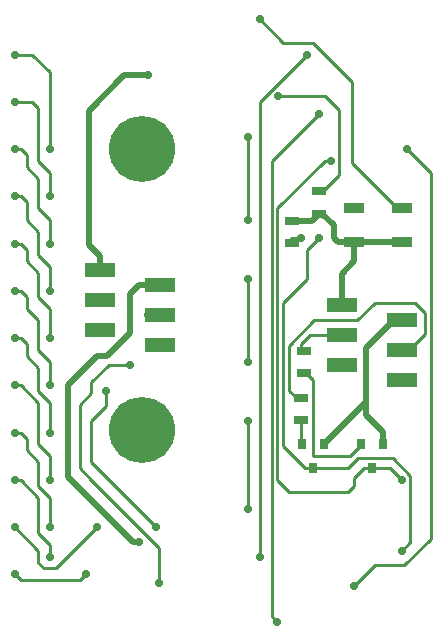
<source format=gbl>
G04 #@! TF.GenerationSoftware,KiCad,Pcbnew,(5.99.0-490-gc7ce93e10)*
G04 #@! TF.CreationDate,2019-12-10T12:05:06+01:00*
G04 #@! TF.ProjectId,LED_Panel_Hex,4c45445f-5061-46e6-956c-5f4865782e6b,rev?*
G04 #@! TF.SameCoordinates,Original*
G04 #@! TF.FileFunction,Copper,L2,Bot*
G04 #@! TF.FilePolarity,Positive*
%FSLAX46Y46*%
G04 Gerber Fmt 4.6, Leading zero omitted, Abs format (unit mm)*
G04 Created by KiCad (PCBNEW (5.99.0-490-gc7ce93e10)) date 2019-12-10 12:05:06*
%MOMM*%
%LPD*%
G04 APERTURE LIST*
%ADD10R,1.300000X0.700000*%
%ADD11R,2.540000X1.270000*%
%ADD12C,5.600000*%
%ADD13R,0.800000X0.900000*%
%ADD14R,1.700000X0.900000*%
%ADD15C,0.700000*%
%ADD16C,0.500000*%
%ADD17C,0.250000*%
G04 APERTURE END LIST*
D10*
X126250000Y-100450000D03*
X126250000Y-98550000D03*
X126500000Y-96450000D03*
X126500000Y-94550000D03*
X125500000Y-83550000D03*
X125500000Y-85450000D03*
X127750000Y-82950000D03*
X127750000Y-81050000D03*
D11*
X129710000Y-90690000D03*
X134790000Y-91960000D03*
X129710000Y-93230000D03*
X134790000Y-94500000D03*
X129710000Y-95770000D03*
X134790000Y-97040000D03*
X109210000Y-87690000D03*
X114290000Y-88960000D03*
X109210000Y-90230000D03*
X114290000Y-91500000D03*
X109210000Y-92770000D03*
X114290000Y-94040000D03*
D12*
X112750000Y-77500000D03*
X112750000Y-101250000D03*
D13*
X131300000Y-102500000D03*
X133200000Y-102500000D03*
X132250000Y-104500000D03*
X126300000Y-102500000D03*
X128200000Y-102500000D03*
X127250000Y-104500000D03*
D14*
X134750000Y-85400000D03*
X134750000Y-82500000D03*
X130750000Y-85400000D03*
X130750000Y-82500000D03*
D15*
X113250000Y-71250000D03*
X112500000Y-110750000D03*
X111750000Y-95750000D03*
X109750000Y-98000000D03*
X109750000Y-90250000D03*
X113250000Y-91500000D03*
X114250000Y-114250000D03*
X102000000Y-113500000D03*
X108000000Y-113500000D03*
X102000000Y-109500000D03*
X109000000Y-109500000D03*
X105000000Y-112000000D03*
X102000000Y-105500000D03*
X105000000Y-109500000D03*
X102000000Y-101500000D03*
X105000000Y-105500000D03*
X102000000Y-97500000D03*
X105000000Y-101500000D03*
X102000000Y-93500000D03*
X105000000Y-97500000D03*
X102000000Y-89500000D03*
X105000000Y-93500000D03*
X102000000Y-85500000D03*
X105000000Y-89500000D03*
X102000000Y-81500000D03*
X105000000Y-85500000D03*
X102000000Y-77500000D03*
X105000000Y-81500000D03*
X102000000Y-73500000D03*
X105000000Y-77500000D03*
X102000000Y-69500000D03*
X114000000Y-109500000D03*
X121750000Y-108000000D03*
X121750000Y-100500000D03*
X121750000Y-95500000D03*
X121750000Y-88500000D03*
X121750000Y-83500000D03*
X121750000Y-76500000D03*
X127750000Y-74500000D03*
X124250000Y-117500000D03*
X122750000Y-112000000D03*
X126750000Y-69500000D03*
X134750000Y-105500000D03*
X128750000Y-78500000D03*
X134750000Y-111500000D03*
X131250000Y-82500000D03*
X122750000Y-66500000D03*
X135250000Y-77500000D03*
X130750000Y-114500000D03*
X127750000Y-85000000D03*
X126250000Y-85000000D03*
X124262653Y-73012653D03*
D16*
X111250000Y-71250000D02*
X113250000Y-71250000D01*
X108250000Y-74250000D02*
X111250000Y-71250000D01*
X108250000Y-85595000D02*
X108250000Y-74250000D01*
X109210000Y-87690000D02*
X109210000Y-86555000D01*
X109210000Y-86555000D02*
X108250000Y-85595000D01*
X106500000Y-97500000D02*
X109000000Y-95000000D01*
X106500000Y-105244974D02*
X106500000Y-97500000D01*
X109000000Y-95000000D02*
X109785002Y-95000000D01*
X111750000Y-89730000D02*
X112520000Y-88960000D01*
X112005026Y-110750000D02*
X106500000Y-105244974D01*
X109785002Y-95000000D02*
X111750000Y-93035002D01*
X112500000Y-110750000D02*
X112005026Y-110750000D01*
X111750000Y-93035002D02*
X111750000Y-89730000D01*
X112520000Y-88960000D02*
X114290000Y-88960000D01*
D17*
X110000000Y-95750000D02*
X111750000Y-95750000D01*
X108500000Y-97250000D02*
X110000000Y-95750000D01*
X108500000Y-98176998D02*
X108500000Y-97250000D01*
X107500000Y-104500000D02*
X107500000Y-99176998D01*
X107500000Y-99176998D02*
X108500000Y-98176998D01*
X108500000Y-105500000D02*
X107500000Y-104500000D01*
X108500000Y-100500000D02*
X108500000Y-104000000D01*
X108500000Y-104000000D02*
X114000000Y-109500000D01*
X109750000Y-99250000D02*
X108500000Y-100500000D01*
X109750000Y-98000000D02*
X109750000Y-99250000D01*
X109750000Y-90250000D02*
X109230000Y-90250000D01*
X109230000Y-90250000D02*
X109210000Y-90230000D01*
X113250000Y-91500000D02*
X114290000Y-91500000D01*
X114250000Y-111250000D02*
X114250000Y-114250000D01*
X108500000Y-105500000D02*
X114250000Y-111250000D01*
X107500000Y-114000000D02*
X108000000Y-113500000D01*
X102500000Y-114000000D02*
X107500000Y-114000000D01*
X102500000Y-114000000D02*
X102000000Y-113500000D01*
X109000000Y-109500000D02*
X105500000Y-113000000D01*
X104500000Y-113000000D02*
X105500000Y-113000000D01*
X104000000Y-112500000D02*
X104500000Y-113000000D01*
X104000000Y-111500000D02*
X104000000Y-112500000D01*
X102000000Y-109500000D02*
X104000000Y-111500000D01*
X102500000Y-105500000D02*
X102000000Y-105500000D01*
X102500000Y-105500000D02*
X104000000Y-107000000D01*
X104000000Y-107000000D02*
X104000000Y-110000000D01*
X104000000Y-110000000D02*
X105000000Y-111000000D01*
X105000000Y-111000000D02*
X105000000Y-112000000D01*
X102500000Y-101500000D02*
X102000000Y-101500000D01*
X102500000Y-101500000D02*
X103000000Y-102000000D01*
X103000000Y-102000000D02*
X103000000Y-103000000D01*
X103000000Y-103000000D02*
X104000000Y-104000000D01*
X104000000Y-104000000D02*
X104000000Y-106000000D01*
X104000000Y-106000000D02*
X105000000Y-107000000D01*
X105000000Y-109500000D02*
X105000000Y-107000000D01*
X102500000Y-97500000D02*
X102000000Y-97500000D01*
X102500000Y-97500000D02*
X104000000Y-99000000D01*
X104000000Y-99000000D02*
X104000000Y-102500000D01*
X104000000Y-102500000D02*
X105000000Y-103500000D01*
X105000000Y-105500000D02*
X105000000Y-103500000D01*
X102500000Y-93500000D02*
X102000000Y-93500000D01*
X102500000Y-93500000D02*
X103000000Y-94000000D01*
X103000000Y-94000000D02*
X103000000Y-95000000D01*
X103000000Y-95000000D02*
X104000000Y-96000000D01*
X104000000Y-96000000D02*
X104000000Y-98000000D01*
X104000000Y-98000000D02*
X105000000Y-99000000D01*
X105000000Y-101500000D02*
X105000000Y-99000000D01*
X102500000Y-89500000D02*
X102000000Y-89500000D01*
X102500000Y-89500000D02*
X103000000Y-90000000D01*
X103000000Y-90000000D02*
X103000000Y-91000000D01*
X103000000Y-91000000D02*
X104000000Y-92000000D01*
X104000000Y-92000000D02*
X104000000Y-94500000D01*
X104000000Y-94500000D02*
X105000000Y-95500000D01*
X105000000Y-97500000D02*
X105000000Y-95500000D01*
X102500000Y-85500000D02*
X102000000Y-85500000D01*
X102500000Y-85500000D02*
X103000000Y-86000000D01*
X103000000Y-86000000D02*
X103000000Y-87000000D01*
X103000000Y-87000000D02*
X104000000Y-88000000D01*
X104000000Y-88000000D02*
X104000000Y-90000000D01*
X104000000Y-90000000D02*
X105000000Y-91000000D01*
X105000000Y-93500000D02*
X105000000Y-91000000D01*
X102500000Y-81500000D02*
X102000000Y-81500000D01*
X102500000Y-81500000D02*
X103000000Y-82000000D01*
X103000000Y-82000000D02*
X103000000Y-83500000D01*
X103000000Y-83500000D02*
X104000000Y-84500000D01*
X104000000Y-84500000D02*
X104000000Y-86500000D01*
X104000000Y-86500000D02*
X105000000Y-87500000D01*
X105000000Y-89500000D02*
X105000000Y-87500000D01*
X102500000Y-77500000D02*
X102000000Y-77500000D01*
X102500000Y-77500000D02*
X103000000Y-78000000D01*
X103000000Y-78000000D02*
X103000000Y-79000000D01*
X103000000Y-79000000D02*
X104000000Y-80000000D01*
X104000000Y-80000000D02*
X104000000Y-82500000D01*
X104000000Y-82500000D02*
X105000000Y-83500000D01*
X105000000Y-85500000D02*
X105000000Y-83500000D01*
X103500000Y-73500000D02*
X102000000Y-73500000D01*
X103500000Y-73500000D02*
X104000000Y-74000000D01*
X104000000Y-74000000D02*
X104000000Y-78500000D01*
X104000000Y-78500000D02*
X105000000Y-79500000D01*
X105000000Y-81500000D02*
X105000000Y-79500000D01*
X103500000Y-69500000D02*
X102000000Y-69500000D01*
X103500000Y-69500000D02*
X105000000Y-71000000D01*
X105000000Y-77500000D02*
X105000000Y-71000000D01*
X121750000Y-108000000D02*
X121750000Y-100500000D01*
X121750000Y-95500000D02*
X121750000Y-88500000D01*
X121750000Y-83500000D02*
X121750000Y-76500000D01*
X122750000Y-112000000D02*
X122750000Y-106000000D01*
X122750000Y-106000000D02*
X122750000Y-73500000D01*
X122750000Y-73500000D02*
X126750000Y-69500000D01*
X123750000Y-117000000D02*
X124250000Y-117500000D01*
X127750000Y-74500000D02*
X123750000Y-78500000D01*
X123750000Y-78500000D02*
X123750000Y-117000000D01*
D16*
X129710000Y-90690000D02*
X129710000Y-88040000D01*
X130750000Y-87000000D02*
X130750000Y-85400000D01*
X129710000Y-88040000D02*
X130750000Y-87000000D01*
X130750000Y-85400000D02*
X134750000Y-85400000D01*
X134155000Y-91960000D02*
X131750000Y-94365000D01*
X134790000Y-91960000D02*
X134155000Y-91960000D01*
X133200000Y-101450000D02*
X133200000Y-102500000D01*
X131750000Y-100000000D02*
X133200000Y-101450000D01*
X128200000Y-102450000D02*
X131750000Y-98900000D01*
X128200000Y-102500000D02*
X128200000Y-102450000D01*
X131750000Y-94365000D02*
X131750000Y-98500000D01*
X131750000Y-98900000D02*
X131750000Y-98500000D01*
X131750000Y-98500000D02*
X131750000Y-100000000D01*
D17*
X126250000Y-94000000D02*
X126250000Y-94500000D01*
X127020000Y-93230000D02*
X126250000Y-94000000D01*
X129710000Y-93230000D02*
X127020000Y-93230000D01*
X126250000Y-102450000D02*
X126300000Y-102500000D01*
X126250000Y-100250000D02*
X126250000Y-102450000D01*
X131300000Y-102550000D02*
X130350000Y-103500000D01*
X131300000Y-102500000D02*
X131300000Y-102550000D01*
X130350000Y-103500000D02*
X127250000Y-103500000D01*
X126050000Y-98750000D02*
X125250000Y-97950000D01*
X126250000Y-98750000D02*
X126050000Y-98750000D01*
X125250000Y-94124998D02*
X127374998Y-92000000D01*
X125250000Y-97950000D02*
X125250000Y-94124998D01*
X130980002Y-92000000D02*
X132480002Y-90500000D01*
X127374998Y-92000000D02*
X130980002Y-92000000D01*
X135910002Y-90500000D02*
X136750000Y-91339998D01*
X132480002Y-90500000D02*
X135910002Y-90500000D01*
X136750000Y-93175000D02*
X135425000Y-94500000D01*
X135425000Y-94500000D02*
X134790000Y-94500000D01*
X136750000Y-91339998D02*
X136750000Y-93175000D01*
X125750000Y-89500000D02*
X124750000Y-90500000D01*
X132250000Y-104500000D02*
X133750000Y-104500000D01*
X133750000Y-104500000D02*
X134750000Y-105500000D01*
X126600000Y-104500000D02*
X124750000Y-102650000D01*
X127250000Y-104500000D02*
X126600000Y-104500000D01*
X124750000Y-102650000D02*
X124750000Y-90500000D01*
X128250000Y-78500000D02*
X128750000Y-78500000D01*
X124250000Y-82500000D02*
X128250000Y-78500000D01*
X127250000Y-104500000D02*
X130250000Y-104500000D01*
X130250000Y-104500000D02*
X131075001Y-103674999D01*
X131075001Y-103674999D02*
X133998001Y-103674999D01*
X135475001Y-110774999D02*
X134750000Y-111500000D01*
X133998001Y-103674999D02*
X135475001Y-105151999D01*
X135475001Y-105151999D02*
X135475001Y-110774999D01*
X131600000Y-104500000D02*
X130750000Y-105350000D01*
X132250000Y-104500000D02*
X131600000Y-104500000D01*
X130750000Y-105350000D02*
X130750000Y-106000000D01*
X130750000Y-106000000D02*
X130250000Y-106500000D01*
X125250000Y-106500000D02*
X124250000Y-105500000D01*
X130250000Y-106500000D02*
X125250000Y-106500000D01*
X124250000Y-105500000D02*
X124250000Y-82500000D01*
X130750000Y-82500000D02*
X131250000Y-82500000D01*
X125750000Y-89500000D02*
X126750000Y-88500000D01*
X126750000Y-88500000D02*
X126750000Y-86000000D01*
X126750000Y-86000000D02*
X127750000Y-85000000D01*
X125500000Y-85000000D02*
X125250000Y-85250000D01*
X126250000Y-85000000D02*
X125500000Y-85000000D01*
X124262653Y-73012653D02*
X126262653Y-73012653D01*
X134750000Y-82500000D02*
X134350000Y-82500000D01*
X134350000Y-82500000D02*
X130550000Y-78700000D01*
X124750000Y-68500000D02*
X122750000Y-66500000D01*
X130550000Y-78700000D02*
X130550000Y-71800000D01*
X130550000Y-71800000D02*
X127250000Y-68500000D01*
X127250000Y-68500000D02*
X124750000Y-68500000D01*
X129475001Y-79724999D02*
X129475001Y-74225001D01*
X127750000Y-81250000D02*
X127950000Y-81250000D01*
X127950000Y-81250000D02*
X129475001Y-79724999D01*
X129475001Y-74225001D02*
X128250000Y-73000000D01*
X126262653Y-73012653D02*
X126250000Y-73000000D01*
X128250000Y-73000000D02*
X126250000Y-73000000D01*
X135000000Y-112750000D02*
X132500000Y-112750000D01*
X132500000Y-112750000D02*
X130750000Y-114500000D01*
X137250010Y-110499990D02*
X135000000Y-112750000D01*
X137250010Y-79500010D02*
X137250010Y-110499990D01*
X135250000Y-77500000D02*
X137250010Y-79500010D01*
X126500000Y-96450000D02*
X126700000Y-96450000D01*
X127275001Y-97025001D02*
X127275001Y-101224999D01*
X126700000Y-96450000D02*
X127275001Y-97025001D01*
X127250000Y-101250000D02*
X127250000Y-103500000D01*
X127275001Y-101224999D02*
X127250000Y-101250000D01*
D16*
X128050000Y-82950000D02*
X129000000Y-83900000D01*
X127750000Y-82950000D02*
X128050000Y-82950000D01*
X129000000Y-85000000D02*
X129000000Y-83900000D01*
X129400000Y-85400000D02*
X129000000Y-85000000D01*
X130750000Y-85400000D02*
X129400000Y-85400000D01*
X127150000Y-83550000D02*
X127750000Y-82950000D01*
X125500000Y-83550000D02*
X127150000Y-83550000D01*
M02*

</source>
